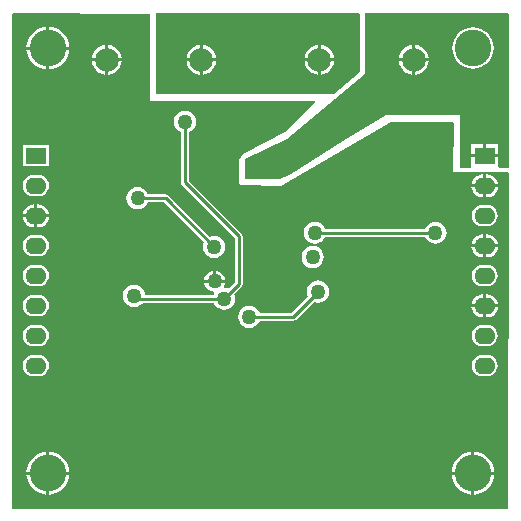
<source format=gbl>
G04 Layer_Physical_Order=2*
G04 Layer_Color=11436288*
%FSAX44Y44*%
%MOMM*%
G71*
G01*
G75*
%ADD24C,0.2540*%
%ADD25O,1.7780X1.3970*%
%ADD26R,1.7780X1.3970*%
%ADD27C,3.1000*%
%ADD28C,2.0000*%
%ADD29C,1.2700*%
G36*
X00848835Y00907922D02*
X00848540Y00859670D01*
X00827140Y00840470D01*
X00676140D01*
Y00909070D01*
X00847735D01*
X00848835Y00907922D01*
D02*
G37*
G36*
X00974840Y00908541D02*
X00974840Y00823270D01*
X00974840Y00778323D01*
X00966871Y00778255D01*
X00965970Y00779517D01*
Y00787400D01*
X00943110D01*
Y00779322D01*
X00943110Y00779145D01*
X00942691Y00778049D01*
X00934346Y00777978D01*
X00933448Y00778876D01*
X00933840Y00823370D01*
X00871140Y00823270D01*
X00834240Y00801270D01*
X00790140Y00773170D01*
X00780826Y00769196D01*
X00751440Y00769070D01*
X00751356Y00786280D01*
X00787140Y00803170D01*
X00852745Y00857857D01*
X00853349Y00909467D01*
X00896340Y00909770D01*
X00973611D01*
X00974840Y00908541D01*
D02*
G37*
G36*
X00669840Y00908770D02*
X00669967Y00908897D01*
X00671140Y00908411D01*
Y00834970D01*
X00810746D01*
X00811222Y00833793D01*
X00785440Y00808870D01*
X00749540Y00790070D01*
X00746840Y00785270D01*
Y00764870D01*
X00748840Y00763570D01*
X00782340Y00762870D01*
X00875277Y00817552D01*
X00927740Y00817078D01*
X00928627Y00816170D01*
X00928040Y00774970D01*
X00974139Y00775166D01*
X00975038Y00774269D01*
X00974440Y00490170D01*
X00974316Y00489870D01*
X00555538Y00489870D01*
X00554640Y00490768D01*
X00554640Y00908868D01*
X00555542Y00909762D01*
X00669840Y00908770D01*
D02*
G37*
%LPC*%
G36*
X00727110Y00691270D02*
Y00683740D01*
X00734640D01*
X00734501Y00684791D01*
X00733605Y00686953D01*
X00732180Y00688810D01*
X00730323Y00690235D01*
X00728161Y00691131D01*
X00727110Y00691270D01*
D02*
G37*
G36*
X00808840Y00712301D02*
X00806399Y00711979D01*
X00804125Y00711037D01*
X00802171Y00709538D01*
X00800673Y00707585D01*
X00799731Y00705311D01*
X00799409Y00702870D01*
X00799731Y00700429D01*
X00800673Y00698155D01*
X00802171Y00696201D01*
X00804125Y00694703D01*
X00806399Y00693761D01*
X00808840Y00693439D01*
X00811281Y00693761D01*
X00813555Y00694703D01*
X00815508Y00696201D01*
X00817007Y00698155D01*
X00817949Y00700429D01*
X00818271Y00702870D01*
X00817949Y00705311D01*
X00817007Y00707585D01*
X00815508Y00709538D01*
X00813555Y00711037D01*
X00811281Y00711979D01*
X00808840Y00712301D01*
D02*
G37*
G36*
X00660640Y00762101D02*
X00658199Y00761779D01*
X00655925Y00760837D01*
X00653971Y00759339D01*
X00652473Y00757385D01*
X00651531Y00755111D01*
X00651209Y00752670D01*
X00651531Y00750229D01*
X00652473Y00747955D01*
X00653971Y00746002D01*
X00655925Y00744503D01*
X00658199Y00743561D01*
X00660640Y00743239D01*
X00663081Y00743561D01*
X00665355Y00744503D01*
X00667309Y00746002D01*
X00668807Y00747955D01*
X00669379Y00749336D01*
X00682959D01*
X00716903Y00715392D01*
X00716331Y00714011D01*
X00716009Y00711570D01*
X00716331Y00709129D01*
X00717273Y00706855D01*
X00718772Y00704902D01*
X00720725Y00703403D01*
X00722999Y00702461D01*
X00725440Y00702139D01*
X00727881Y00702461D01*
X00730155Y00703403D01*
X00732109Y00704902D01*
X00733607Y00706855D01*
X00734549Y00709129D01*
X00734871Y00711570D01*
X00734549Y00714011D01*
X00733607Y00716285D01*
X00732109Y00718239D01*
X00730155Y00719737D01*
X00727881Y00720679D01*
X00725440Y00721001D01*
X00722999Y00720679D01*
X00721618Y00720107D01*
X00686697Y00755027D01*
X00685616Y00755750D01*
X00684340Y00756004D01*
X00669379D01*
X00668807Y00757385D01*
X00667309Y00759339D01*
X00665355Y00760837D01*
X00663081Y00761779D01*
X00660640Y00762101D01*
D02*
G37*
G36*
X00576445Y00696133D02*
X00572635D01*
X00570289Y00695824D01*
X00568104Y00694918D01*
X00566227Y00693478D01*
X00564787Y00691601D01*
X00563881Y00689416D01*
X00563573Y00687070D01*
X00563881Y00684724D01*
X00564787Y00682539D01*
X00566227Y00680662D01*
X00568104Y00679222D01*
X00570289Y00678316D01*
X00572635Y00678008D01*
X00576445D01*
X00578791Y00678316D01*
X00580976Y00679222D01*
X00582853Y00680662D01*
X00584293Y00682539D01*
X00585199Y00684724D01*
X00585508Y00687070D01*
X00585199Y00689416D01*
X00584293Y00691601D01*
X00582853Y00693478D01*
X00580976Y00694918D01*
X00578791Y00695824D01*
X00576445Y00696133D01*
D02*
G37*
G36*
X00700640Y00826901D02*
X00698199Y00826579D01*
X00695925Y00825637D01*
X00693971Y00824138D01*
X00692473Y00822185D01*
X00691531Y00819911D01*
X00691209Y00817470D01*
X00691531Y00815029D01*
X00692473Y00812755D01*
X00693971Y00810801D01*
X00695925Y00809303D01*
X00697306Y00808731D01*
Y00765970D01*
X00697560Y00764694D01*
X00698282Y00763613D01*
X00743006Y00718889D01*
Y00681451D01*
X00737662Y00676107D01*
X00736281Y00676679D01*
X00734394Y00676928D01*
X00734005Y00677450D01*
X00733733Y00678060D01*
X00733714Y00678249D01*
X00734501Y00680149D01*
X00734640Y00681200D01*
X00717040D01*
X00717179Y00680149D01*
X00718075Y00677987D01*
X00719500Y00676130D01*
X00721357Y00674705D01*
X00723519Y00673809D01*
X00725083Y00673603D01*
X00725673Y00672285D01*
X00725101Y00670904D01*
X00666861D01*
X00666649Y00672511D01*
X00665707Y00674785D01*
X00664209Y00676739D01*
X00662255Y00678237D01*
X00659981Y00679179D01*
X00657540Y00679501D01*
X00655099Y00679179D01*
X00652825Y00678237D01*
X00650872Y00676739D01*
X00649373Y00674785D01*
X00648431Y00672511D01*
X00648109Y00670070D01*
X00648431Y00667629D01*
X00649373Y00665355D01*
X00650872Y00663401D01*
X00652825Y00661903D01*
X00655099Y00660961D01*
X00657540Y00660639D01*
X00659981Y00660961D01*
X00662255Y00661903D01*
X00664209Y00663401D01*
X00664849Y00664236D01*
X00725101D01*
X00725673Y00662855D01*
X00727171Y00660901D01*
X00729125Y00659403D01*
X00731399Y00658461D01*
X00733840Y00658139D01*
X00736281Y00658461D01*
X00738555Y00659403D01*
X00740508Y00660901D01*
X00742007Y00662855D01*
X00742949Y00665129D01*
X00743271Y00667570D01*
X00742949Y00670011D01*
X00742377Y00671392D01*
X00748698Y00677712D01*
X00749420Y00678794D01*
X00749674Y00680070D01*
Y00720270D01*
X00749420Y00721546D01*
X00748698Y00722627D01*
X00703974Y00767351D01*
Y00808731D01*
X00705355Y00809303D01*
X00707309Y00810801D01*
X00708807Y00812755D01*
X00709749Y00815029D01*
X00710071Y00817470D01*
X00709749Y00819911D01*
X00708807Y00822185D01*
X00707309Y00824138D01*
X00705355Y00825637D01*
X00703081Y00826579D01*
X00700640Y00826901D01*
D02*
G37*
G36*
X00724570Y00691270D02*
X00723519Y00691131D01*
X00721357Y00690235D01*
X00719500Y00688810D01*
X00718075Y00686953D01*
X00717179Y00684791D01*
X00717040Y00683740D01*
X00724570D01*
Y00691270D01*
D02*
G37*
G36*
X00956445Y00696133D02*
X00952635D01*
X00950289Y00695824D01*
X00948104Y00694918D01*
X00946227Y00693478D01*
X00944787Y00691601D01*
X00943881Y00689416D01*
X00943572Y00687070D01*
X00943881Y00684724D01*
X00944787Y00682539D01*
X00946227Y00680662D01*
X00948104Y00679222D01*
X00950289Y00678316D01*
X00952635Y00678008D01*
X00956445D01*
X00958791Y00678316D01*
X00960976Y00679222D01*
X00962853Y00680662D01*
X00964293Y00682539D01*
X00965199Y00684724D01*
X00965508Y00687070D01*
X00965199Y00689416D01*
X00964293Y00691601D01*
X00962853Y00693478D01*
X00960976Y00694918D01*
X00958791Y00695824D01*
X00956445Y00696133D01*
D02*
G37*
G36*
X00573270Y00736600D02*
X00563195D01*
X00563355Y00735384D01*
X00564315Y00733066D01*
X00565842Y00731077D01*
X00567831Y00729550D01*
X00570149Y00728590D01*
X00572635Y00728263D01*
X00573270D01*
Y00736600D01*
D02*
G37*
G36*
X00912840Y00732901D02*
X00910399Y00732579D01*
X00908125Y00731637D01*
X00906171Y00730138D01*
X00904673Y00728185D01*
X00904101Y00726804D01*
X00819379D01*
X00818807Y00728185D01*
X00817309Y00730138D01*
X00815355Y00731637D01*
X00813081Y00732579D01*
X00810640Y00732901D01*
X00808199Y00732579D01*
X00805925Y00731637D01*
X00803971Y00730138D01*
X00802473Y00728185D01*
X00801531Y00725911D01*
X00801209Y00723470D01*
X00801531Y00721029D01*
X00802473Y00718755D01*
X00803971Y00716802D01*
X00805925Y00715303D01*
X00808199Y00714361D01*
X00810640Y00714039D01*
X00813081Y00714361D01*
X00815355Y00715303D01*
X00817309Y00716802D01*
X00818807Y00718755D01*
X00819379Y00720136D01*
X00904101D01*
X00904673Y00718755D01*
X00906171Y00716802D01*
X00908125Y00715303D01*
X00910399Y00714361D01*
X00912840Y00714039D01*
X00915281Y00714361D01*
X00917555Y00715303D01*
X00919509Y00716802D01*
X00921007Y00718755D01*
X00921949Y00721029D01*
X00922271Y00723470D01*
X00921949Y00725911D01*
X00921007Y00728185D01*
X00919509Y00730138D01*
X00917555Y00731637D01*
X00915281Y00732579D01*
X00912840Y00732901D01*
D02*
G37*
G36*
X00956445Y00746933D02*
X00952635D01*
X00950289Y00746624D01*
X00948104Y00745718D01*
X00946227Y00744278D01*
X00944787Y00742401D01*
X00943881Y00740216D01*
X00943572Y00737870D01*
X00943881Y00735524D01*
X00944787Y00733339D01*
X00946227Y00731462D01*
X00948104Y00730022D01*
X00950289Y00729116D01*
X00952635Y00728808D01*
X00956445D01*
X00958791Y00729116D01*
X00960976Y00730022D01*
X00962853Y00731462D01*
X00964293Y00733339D01*
X00965199Y00735524D01*
X00965508Y00737870D01*
X00965199Y00740216D01*
X00964293Y00742401D01*
X00962853Y00744278D01*
X00960976Y00745718D01*
X00958791Y00746624D01*
X00956445Y00746933D01*
D02*
G37*
G36*
X00585885Y00736600D02*
X00575810D01*
Y00728263D01*
X00576445D01*
X00578932Y00728590D01*
X00581249Y00729550D01*
X00583238Y00731077D01*
X00584765Y00733066D01*
X00585725Y00735384D01*
X00585885Y00736600D01*
D02*
G37*
G36*
X00956445Y00722077D02*
X00955810D01*
Y00713740D01*
X00965885D01*
X00965725Y00714957D01*
X00964765Y00717274D01*
X00963238Y00719263D01*
X00961249Y00720790D01*
X00958932Y00721750D01*
X00956445Y00722077D01*
D02*
G37*
G36*
X00965885Y00711200D02*
X00955810D01*
Y00702863D01*
X00956445D01*
X00958932Y00703190D01*
X00961249Y00704150D01*
X00963238Y00705677D01*
X00964765Y00707666D01*
X00965725Y00709984D01*
X00965885Y00711200D01*
D02*
G37*
G36*
X00953270D02*
X00943195D01*
X00943355Y00709984D01*
X00944315Y00707666D01*
X00945842Y00705677D01*
X00947831Y00704150D01*
X00950148Y00703190D01*
X00952635Y00702863D01*
X00953270D01*
Y00711200D01*
D02*
G37*
G36*
Y00722077D02*
X00952635D01*
X00950148Y00721750D01*
X00947831Y00720790D01*
X00945842Y00719263D01*
X00944315Y00717274D01*
X00943355Y00714957D01*
X00943195Y00713740D01*
X00953270D01*
Y00722077D01*
D02*
G37*
G36*
X00576445Y00721533D02*
X00572635D01*
X00570289Y00721224D01*
X00568104Y00720318D01*
X00566227Y00718878D01*
X00564787Y00717001D01*
X00563881Y00714816D01*
X00563573Y00712470D01*
X00563881Y00710124D01*
X00564787Y00707939D01*
X00566227Y00706062D01*
X00568104Y00704622D01*
X00570289Y00703716D01*
X00572635Y00703408D01*
X00576445D01*
X00578791Y00703716D01*
X00580976Y00704622D01*
X00582853Y00706062D01*
X00584293Y00707939D01*
X00585199Y00710124D01*
X00585508Y00712470D01*
X00585199Y00714816D01*
X00584293Y00717001D01*
X00582853Y00718878D01*
X00580976Y00720318D01*
X00578791Y00721224D01*
X00576445Y00721533D01*
D02*
G37*
G36*
X00943270Y00537772D02*
X00941003Y00537549D01*
X00937603Y00536517D01*
X00934469Y00534842D01*
X00931722Y00532588D01*
X00929468Y00529841D01*
X00927793Y00526707D01*
X00926761Y00523307D01*
X00926538Y00521040D01*
X00943270D01*
Y00537772D01*
D02*
G37*
G36*
X00585810D02*
Y00521040D01*
X00602542D01*
X00602319Y00523307D01*
X00601287Y00526707D01*
X00599612Y00529841D01*
X00597358Y00532588D01*
X00594611Y00534842D01*
X00591477Y00536517D01*
X00588077Y00537549D01*
X00585810Y00537772D01*
D02*
G37*
G36*
X00576445Y00619933D02*
X00572635D01*
X00570289Y00619624D01*
X00568104Y00618718D01*
X00566227Y00617278D01*
X00564787Y00615401D01*
X00563881Y00613216D01*
X00563573Y00610870D01*
X00563881Y00608524D01*
X00564787Y00606339D01*
X00566227Y00604462D01*
X00568104Y00603022D01*
X00570289Y00602116D01*
X00572635Y00601808D01*
X00576445D01*
X00578791Y00602116D01*
X00580976Y00603022D01*
X00582853Y00604462D01*
X00584293Y00606339D01*
X00585199Y00608524D01*
X00585508Y00610870D01*
X00585199Y00613216D01*
X00584293Y00615401D01*
X00582853Y00617278D01*
X00580976Y00618718D01*
X00578791Y00619624D01*
X00576445Y00619933D01*
D02*
G37*
G36*
X00945810Y00537772D02*
Y00521040D01*
X00962542D01*
X00962319Y00523307D01*
X00961287Y00526707D01*
X00959612Y00529841D01*
X00957358Y00532588D01*
X00954611Y00534842D01*
X00951477Y00536517D01*
X00948076Y00537549D01*
X00945810Y00537772D01*
D02*
G37*
G36*
X00583270D02*
X00581003Y00537549D01*
X00577603Y00536517D01*
X00574469Y00534842D01*
X00571722Y00532588D01*
X00569468Y00529841D01*
X00567793Y00526707D01*
X00566761Y00523307D01*
X00566538Y00521040D01*
X00583270D01*
Y00537772D01*
D02*
G37*
G36*
X00602542Y00518500D02*
X00585810D01*
Y00501768D01*
X00588077Y00501991D01*
X00591477Y00503023D01*
X00594611Y00504698D01*
X00597358Y00506952D01*
X00599612Y00509699D01*
X00601287Y00512833D01*
X00602319Y00516233D01*
X00602542Y00518500D01*
D02*
G37*
G36*
X00583270D02*
X00566538D01*
X00566761Y00516233D01*
X00567793Y00512833D01*
X00569468Y00509699D01*
X00571722Y00506952D01*
X00574469Y00504698D01*
X00577603Y00503023D01*
X00581003Y00501991D01*
X00583270Y00501768D01*
Y00518500D01*
D02*
G37*
G36*
X00962542D02*
X00945810D01*
Y00501768D01*
X00948076Y00501991D01*
X00951477Y00503023D01*
X00954611Y00504698D01*
X00957358Y00506952D01*
X00959612Y00509699D01*
X00961287Y00512833D01*
X00962319Y00516233D01*
X00962542Y00518500D01*
D02*
G37*
G36*
X00943270D02*
X00926538D01*
X00926761Y00516233D01*
X00927793Y00512833D01*
X00929468Y00509699D01*
X00931722Y00506952D01*
X00934469Y00504698D01*
X00937603Y00503023D01*
X00941003Y00501991D01*
X00943270Y00501768D01*
Y00518500D01*
D02*
G37*
G36*
X00953270Y00671277D02*
X00952635D01*
X00950148Y00670950D01*
X00947831Y00669990D01*
X00945842Y00668463D01*
X00944315Y00666474D01*
X00943355Y00664156D01*
X00943195Y00662940D01*
X00953270D01*
Y00671277D01*
D02*
G37*
G36*
X00576445Y00670732D02*
X00572635D01*
X00570289Y00670424D01*
X00568104Y00669518D01*
X00566227Y00668078D01*
X00564787Y00666201D01*
X00563881Y00664016D01*
X00563573Y00661670D01*
X00563881Y00659324D01*
X00564787Y00657139D01*
X00566227Y00655262D01*
X00568104Y00653822D01*
X00570289Y00652916D01*
X00572635Y00652607D01*
X00576445D01*
X00578791Y00652916D01*
X00580976Y00653822D01*
X00582853Y00655262D01*
X00584293Y00657139D01*
X00585199Y00659324D01*
X00585508Y00661670D01*
X00585199Y00664016D01*
X00584293Y00666201D01*
X00582853Y00668078D01*
X00580976Y00669518D01*
X00578791Y00670424D01*
X00576445Y00670732D01*
D02*
G37*
G36*
X00813440Y00683001D02*
X00810999Y00682679D01*
X00808725Y00681737D01*
X00806771Y00680238D01*
X00805273Y00678285D01*
X00804331Y00676011D01*
X00804009Y00673570D01*
X00804331Y00671129D01*
X00804903Y00669748D01*
X00790759Y00655604D01*
X00763979D01*
X00763407Y00656985D01*
X00761908Y00658939D01*
X00759955Y00660437D01*
X00757681Y00661379D01*
X00755240Y00661701D01*
X00752799Y00661379D01*
X00750525Y00660437D01*
X00748571Y00658939D01*
X00747073Y00656985D01*
X00746131Y00654711D01*
X00745809Y00652270D01*
X00746131Y00649829D01*
X00747073Y00647555D01*
X00748571Y00645602D01*
X00750525Y00644103D01*
X00752799Y00643161D01*
X00755240Y00642839D01*
X00757681Y00643161D01*
X00759955Y00644103D01*
X00761908Y00645602D01*
X00763407Y00647555D01*
X00763979Y00648936D01*
X00792140D01*
X00793416Y00649190D01*
X00794498Y00649912D01*
X00809618Y00665033D01*
X00810999Y00664461D01*
X00813440Y00664139D01*
X00815881Y00664461D01*
X00818155Y00665403D01*
X00820108Y00666901D01*
X00821607Y00668855D01*
X00822549Y00671129D01*
X00822871Y00673570D01*
X00822549Y00676011D01*
X00821607Y00678285D01*
X00820108Y00680238D01*
X00818155Y00681737D01*
X00815881Y00682679D01*
X00813440Y00683001D01*
D02*
G37*
G36*
X00956445Y00671277D02*
X00955810D01*
Y00662940D01*
X00965885D01*
X00965725Y00664156D01*
X00964765Y00666474D01*
X00963238Y00668463D01*
X00961249Y00669990D01*
X00958932Y00670950D01*
X00956445Y00671277D01*
D02*
G37*
G36*
X00965885Y00660400D02*
X00955810D01*
Y00652063D01*
X00956445D01*
X00958932Y00652390D01*
X00961249Y00653350D01*
X00963238Y00654877D01*
X00964765Y00656866D01*
X00965725Y00659184D01*
X00965885Y00660400D01*
D02*
G37*
G36*
X00576445Y00645332D02*
X00572635D01*
X00570289Y00645024D01*
X00568104Y00644118D01*
X00566227Y00642678D01*
X00564787Y00640801D01*
X00563881Y00638616D01*
X00563573Y00636270D01*
X00563881Y00633924D01*
X00564787Y00631739D01*
X00566227Y00629862D01*
X00568104Y00628422D01*
X00570289Y00627516D01*
X00572635Y00627207D01*
X00576445D01*
X00578791Y00627516D01*
X00580976Y00628422D01*
X00582853Y00629862D01*
X00584293Y00631739D01*
X00585199Y00633924D01*
X00585508Y00636270D01*
X00585199Y00638616D01*
X00584293Y00640801D01*
X00582853Y00642678D01*
X00580976Y00644118D01*
X00578791Y00645024D01*
X00576445Y00645332D01*
D02*
G37*
G36*
X00956445Y00619933D02*
X00952635D01*
X00950289Y00619624D01*
X00948104Y00618718D01*
X00946227Y00617278D01*
X00944787Y00615401D01*
X00943881Y00613216D01*
X00943572Y00610870D01*
X00943881Y00608524D01*
X00944787Y00606339D01*
X00946227Y00604462D01*
X00948104Y00603022D01*
X00950289Y00602116D01*
X00952635Y00601808D01*
X00956445D01*
X00958791Y00602116D01*
X00960976Y00603022D01*
X00962853Y00604462D01*
X00964293Y00606339D01*
X00965199Y00608524D01*
X00965508Y00610870D01*
X00965199Y00613216D01*
X00964293Y00615401D01*
X00962853Y00617278D01*
X00960976Y00618718D01*
X00958791Y00619624D01*
X00956445Y00619933D01*
D02*
G37*
G36*
X00953270Y00660400D02*
X00943195D01*
X00943355Y00659184D01*
X00944315Y00656866D01*
X00945842Y00654877D01*
X00947831Y00653350D01*
X00950148Y00652390D01*
X00952635Y00652063D01*
X00953270D01*
Y00660400D01*
D02*
G37*
G36*
X00956445Y00645332D02*
X00952635D01*
X00950289Y00645024D01*
X00948104Y00644118D01*
X00946227Y00642678D01*
X00944787Y00640801D01*
X00943881Y00638616D01*
X00943572Y00636270D01*
X00943881Y00633924D01*
X00944787Y00631739D01*
X00946227Y00629862D01*
X00948104Y00628422D01*
X00950289Y00627516D01*
X00952635Y00627207D01*
X00956445D01*
X00958791Y00627516D01*
X00960976Y00628422D01*
X00962853Y00629862D01*
X00964293Y00631739D01*
X00965199Y00633924D01*
X00965508Y00636270D01*
X00965199Y00638616D01*
X00964293Y00640801D01*
X00962853Y00642678D01*
X00960976Y00644118D01*
X00958791Y00645024D01*
X00956445Y00645332D01*
D02*
G37*
G36*
X00602542Y00878500D02*
X00585810D01*
Y00861768D01*
X00588077Y00861991D01*
X00591477Y00863023D01*
X00594611Y00864698D01*
X00597358Y00866952D01*
X00599612Y00869699D01*
X00601287Y00872833D01*
X00602319Y00876234D01*
X00602542Y00878500D01*
D02*
G37*
G36*
X00583270D02*
X00566538D01*
X00566761Y00876234D01*
X00567793Y00872833D01*
X00569468Y00869699D01*
X00571722Y00866952D01*
X00574469Y00864698D01*
X00577603Y00863023D01*
X00581003Y00861991D01*
X00583270Y00861768D01*
Y00878500D01*
D02*
G37*
G36*
X00633270Y00882251D02*
X00631266Y00881987D01*
X00628216Y00880724D01*
X00625596Y00878714D01*
X00623586Y00876094D01*
X00622323Y00873044D01*
X00622059Y00871040D01*
X00633270D01*
Y00882251D01*
D02*
G37*
G36*
X00944540Y00897355D02*
X00941109Y00897017D01*
X00937811Y00896016D01*
X00934771Y00894391D01*
X00932106Y00892204D01*
X00929919Y00889539D01*
X00928294Y00886499D01*
X00927293Y00883201D01*
X00926955Y00879770D01*
X00927293Y00876339D01*
X00928294Y00873041D01*
X00929919Y00870001D01*
X00932106Y00867336D01*
X00934771Y00865149D01*
X00937811Y00863524D01*
X00941109Y00862523D01*
X00944540Y00862185D01*
X00947971Y00862523D01*
X00951269Y00863524D01*
X00954309Y00865149D01*
X00956974Y00867336D01*
X00959161Y00870001D01*
X00960786Y00873041D01*
X00961787Y00876339D01*
X00962125Y00879770D01*
X00961787Y00883201D01*
X00960786Y00886499D01*
X00959161Y00889539D01*
X00956974Y00892204D01*
X00954309Y00894391D01*
X00951269Y00896016D01*
X00947971Y00897017D01*
X00944540Y00897355D01*
D02*
G37*
G36*
X00827021Y00868500D02*
X00815810D01*
Y00857289D01*
X00817814Y00857553D01*
X00820864Y00858816D01*
X00823484Y00860826D01*
X00825494Y00863446D01*
X00826757Y00866496D01*
X00827021Y00868500D01*
D02*
G37*
G36*
X00813270D02*
X00802059D01*
X00802323Y00866496D01*
X00803586Y00863446D01*
X00805596Y00860826D01*
X00808216Y00858816D01*
X00811266Y00857553D01*
X00813270Y00857289D01*
Y00868500D01*
D02*
G37*
G36*
X00907021D02*
X00895810D01*
Y00857289D01*
X00897814Y00857553D01*
X00900864Y00858816D01*
X00903484Y00860826D01*
X00905494Y00863446D01*
X00906757Y00866496D01*
X00907021Y00868500D01*
D02*
G37*
G36*
X00893270D02*
X00882059D01*
X00882323Y00866496D01*
X00883586Y00863446D01*
X00885596Y00860826D01*
X00888216Y00858816D01*
X00891266Y00857553D01*
X00893270Y00857289D01*
Y00868500D01*
D02*
G37*
G36*
X00635810Y00882251D02*
Y00871040D01*
X00647021D01*
X00646757Y00873044D01*
X00645494Y00876094D01*
X00643484Y00878714D01*
X00640864Y00880724D01*
X00637814Y00881987D01*
X00635810Y00882251D01*
D02*
G37*
G36*
X00895810D02*
Y00871040D01*
X00907021D01*
X00906757Y00873044D01*
X00905494Y00876094D01*
X00903484Y00878714D01*
X00900864Y00880724D01*
X00897814Y00881987D01*
X00895810Y00882251D01*
D02*
G37*
G36*
X00893270D02*
X00891266Y00881987D01*
X00888216Y00880724D01*
X00885596Y00878714D01*
X00883586Y00876094D01*
X00882323Y00873044D01*
X00882059Y00871040D01*
X00893270D01*
Y00882251D01*
D02*
G37*
G36*
X00585810Y00897772D02*
Y00881040D01*
X00602542D01*
X00602319Y00883307D01*
X00601287Y00886707D01*
X00599612Y00889841D01*
X00597358Y00892588D01*
X00594611Y00894842D01*
X00591477Y00896517D01*
X00588077Y00897549D01*
X00585810Y00897772D01*
D02*
G37*
G36*
X00583270D02*
X00581003Y00897549D01*
X00577603Y00896517D01*
X00574469Y00894842D01*
X00571722Y00892588D01*
X00569468Y00889841D01*
X00567793Y00886707D01*
X00566761Y00883307D01*
X00566538Y00881040D01*
X00583270D01*
Y00897772D01*
D02*
G37*
G36*
X00715810Y00882251D02*
Y00871040D01*
X00727021D01*
X00726757Y00873044D01*
X00725494Y00876094D01*
X00723484Y00878714D01*
X00720864Y00880724D01*
X00717814Y00881987D01*
X00715810Y00882251D01*
D02*
G37*
G36*
X00713270D02*
X00711266Y00881987D01*
X00708216Y00880724D01*
X00705596Y00878714D01*
X00703586Y00876094D01*
X00702323Y00873044D01*
X00702059Y00871040D01*
X00713270D01*
Y00882251D01*
D02*
G37*
G36*
X00815810D02*
Y00871040D01*
X00827021D01*
X00826757Y00873044D01*
X00825494Y00876094D01*
X00823484Y00878714D01*
X00820864Y00880724D01*
X00817814Y00881987D01*
X00815810Y00882251D01*
D02*
G37*
G36*
X00813270D02*
X00811266Y00881987D01*
X00808216Y00880724D01*
X00805596Y00878714D01*
X00803586Y00876094D01*
X00802323Y00873044D01*
X00802059Y00871040D01*
X00813270D01*
Y00882251D01*
D02*
G37*
G36*
X00727021Y00868500D02*
X00715810D01*
Y00857289D01*
X00717814Y00857553D01*
X00720864Y00858816D01*
X00723484Y00860826D01*
X00725494Y00863446D01*
X00726757Y00866496D01*
X00727021Y00868500D01*
D02*
G37*
G36*
X00953270Y00772877D02*
X00952635D01*
X00950148Y00772550D01*
X00947831Y00771590D01*
X00945842Y00770063D01*
X00944315Y00768074D01*
X00943355Y00765757D01*
X00943195Y00764540D01*
X00953270D01*
Y00772877D01*
D02*
G37*
G36*
X00576445Y00772333D02*
X00572635D01*
X00570289Y00772024D01*
X00568104Y00771118D01*
X00566227Y00769678D01*
X00564787Y00767801D01*
X00563881Y00765616D01*
X00563573Y00763270D01*
X00563881Y00760924D01*
X00564787Y00758739D01*
X00566227Y00756862D01*
X00568104Y00755422D01*
X00570289Y00754516D01*
X00572635Y00754208D01*
X00576445D01*
X00578791Y00754516D01*
X00580976Y00755422D01*
X00582853Y00756862D01*
X00584293Y00758739D01*
X00585199Y00760924D01*
X00585508Y00763270D01*
X00585199Y00765616D01*
X00584293Y00767801D01*
X00582853Y00769678D01*
X00580976Y00771118D01*
X00578791Y00772024D01*
X00576445Y00772333D01*
D02*
G37*
G36*
X00763270Y00779400D02*
X00759399D01*
X00759557Y00778606D01*
X00760726Y00776856D01*
X00762476Y00775687D01*
X00763270Y00775529D01*
Y00779400D01*
D02*
G37*
G36*
X00956445Y00772877D02*
X00955810D01*
Y00764540D01*
X00965885D01*
X00965725Y00765757D01*
X00964765Y00768074D01*
X00963238Y00770063D01*
X00961249Y00771590D01*
X00958932Y00772550D01*
X00956445Y00772877D01*
D02*
G37*
G36*
X00576445Y00747477D02*
X00575810D01*
Y00739140D01*
X00585885D01*
X00585725Y00740357D01*
X00584765Y00742674D01*
X00583238Y00744663D01*
X00581249Y00746190D01*
X00578932Y00747150D01*
X00576445Y00747477D01*
D02*
G37*
G36*
X00573270D02*
X00572635D01*
X00570149Y00747150D01*
X00567831Y00746190D01*
X00565842Y00744663D01*
X00564315Y00742674D01*
X00563355Y00740357D01*
X00563195Y00739140D01*
X00573270D01*
Y00747477D01*
D02*
G37*
G36*
X00965885Y00762000D02*
X00955810D01*
Y00753663D01*
X00956445D01*
X00958932Y00753990D01*
X00961249Y00754950D01*
X00963238Y00756477D01*
X00964765Y00758466D01*
X00965725Y00760783D01*
X00965885Y00762000D01*
D02*
G37*
G36*
X00953270D02*
X00943195D01*
X00943355Y00760783D01*
X00944315Y00758466D01*
X00945842Y00756477D01*
X00947831Y00754950D01*
X00950148Y00753990D01*
X00952635Y00753663D01*
X00953270D01*
Y00762000D01*
D02*
G37*
G36*
X00769681Y00779400D02*
X00765810D01*
Y00775529D01*
X00766604Y00775687D01*
X00768354Y00776856D01*
X00769523Y00778606D01*
X00769681Y00779400D01*
D02*
G37*
G36*
X00633270Y00868500D02*
X00622059D01*
X00622323Y00866496D01*
X00623586Y00863446D01*
X00625596Y00860826D01*
X00628216Y00858816D01*
X00631266Y00857553D01*
X00633270Y00857289D01*
Y00868500D01*
D02*
G37*
G36*
X00965970Y00798195D02*
X00955810D01*
Y00789940D01*
X00965970D01*
Y00798195D01*
D02*
G37*
G36*
X00713270Y00868500D02*
X00702059D01*
X00702323Y00866496D01*
X00703586Y00863446D01*
X00705596Y00860826D01*
X00708216Y00858816D01*
X00711266Y00857553D01*
X00713270Y00857289D01*
Y00868500D01*
D02*
G37*
G36*
X00647021D02*
X00635810D01*
Y00857289D01*
X00637814Y00857553D01*
X00640864Y00858816D01*
X00643484Y00860826D01*
X00645494Y00863446D01*
X00646757Y00866496D01*
X00647021Y00868500D01*
D02*
G37*
G36*
X00763270Y00785811D02*
X00762476Y00785653D01*
X00760726Y00784484D01*
X00759557Y00782734D01*
X00759399Y00781940D01*
X00763270D01*
Y00785811D01*
D02*
G37*
G36*
X00585430Y00797655D02*
X00563650D01*
Y00779685D01*
X00585430D01*
Y00797655D01*
D02*
G37*
G36*
X00953270Y00798195D02*
X00943110D01*
Y00789940D01*
X00953270D01*
Y00798195D01*
D02*
G37*
G36*
X00765810Y00785811D02*
Y00781940D01*
X00769681D01*
X00769523Y00782734D01*
X00768354Y00784484D01*
X00766604Y00785653D01*
X00765810Y00785811D01*
D02*
G37*
%LPD*%
D24*
X00657540Y00670070D02*
X00660040Y00667570D01*
X00733840D01*
X00746340Y00680070D01*
Y00720270D01*
X00700640Y00765970D02*
X00746340Y00720270D01*
X00700640Y00765970D02*
Y00817470D01*
X00684340Y00752670D02*
X00725440Y00711570D01*
X00660640Y00752670D02*
X00684340D01*
X00792140Y00652270D02*
X00813440Y00673570D01*
X00755240Y00652270D02*
X00792140D01*
X00810640Y00723470D02*
X00912840D01*
D25*
X00954540Y00737870D02*
D03*
Y00610870D02*
D03*
Y00636270D02*
D03*
Y00661670D02*
D03*
Y00687070D02*
D03*
Y00763270D02*
D03*
Y00712470D02*
D03*
X00574540Y00737870D02*
D03*
Y00610870D02*
D03*
Y00636270D02*
D03*
Y00661670D02*
D03*
Y00687070D02*
D03*
Y00763270D02*
D03*
Y00712470D02*
D03*
D26*
X00954540Y00788670D02*
D03*
X00574540D02*
D03*
D27*
X00584540Y00879770D02*
D03*
X00944540D02*
D03*
Y00519770D02*
D03*
X00584540D02*
D03*
D28*
X00894540Y00869770D02*
D03*
X00814540D02*
D03*
X00714540D02*
D03*
X00634540D02*
D03*
D29*
X00660640Y00752670D02*
D03*
X00810640Y00723470D02*
D03*
X00808840Y00702870D02*
D03*
X00700640Y00817470D02*
D03*
X00764540Y00780670D02*
D03*
X00657540Y00670070D02*
D03*
X00733840Y00667570D02*
D03*
X00725840Y00682470D02*
D03*
X00725440Y00711570D02*
D03*
X00813440Y00673570D02*
D03*
X00755240Y00652270D02*
D03*
X00912840Y00723470D02*
D03*
M02*

</source>
